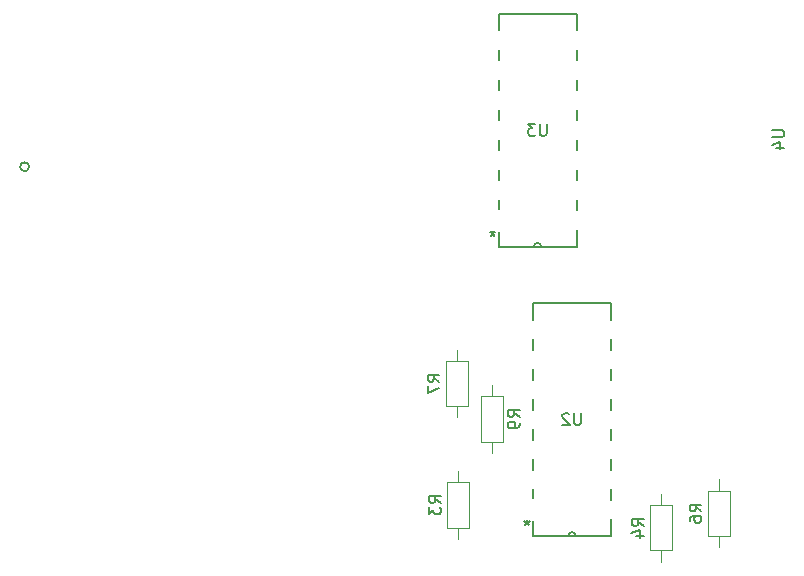
<source format=gbr>
G04 #@! TF.GenerationSoftware,KiCad,Pcbnew,(5.1.7)-1*
G04 #@! TF.CreationDate,2021-10-23T14:10:48-04:00*
G04 #@! TF.ProjectId,PCB_2020,5043425f-3230-4323-902e-6b696361645f,rev?*
G04 #@! TF.SameCoordinates,Original*
G04 #@! TF.FileFunction,Legend,Bot*
G04 #@! TF.FilePolarity,Positive*
%FSLAX46Y46*%
G04 Gerber Fmt 4.6, Leading zero omitted, Abs format (unit mm)*
G04 Created by KiCad (PCBNEW (5.1.7)-1) date 2021-10-23 14:10:48*
%MOMM*%
%LPD*%
G01*
G04 APERTURE LIST*
%ADD10C,0.120000*%
%ADD11C,0.152400*%
%ADD12C,0.150000*%
G04 APERTURE END LIST*
D10*
X179700000Y-114220000D02*
X177860000Y-114220000D01*
X177860000Y-114220000D02*
X177860000Y-110380000D01*
X177860000Y-110380000D02*
X179700000Y-110380000D01*
X179700000Y-110380000D02*
X179700000Y-114220000D01*
X178780000Y-115170000D02*
X178780000Y-114220000D01*
X178780000Y-109430000D02*
X178780000Y-110380000D01*
X174910000Y-107380000D02*
X176750000Y-107380000D01*
X176750000Y-107380000D02*
X176750000Y-111220000D01*
X176750000Y-111220000D02*
X174910000Y-111220000D01*
X174910000Y-111220000D02*
X174910000Y-107380000D01*
X175830000Y-106430000D02*
X175830000Y-107380000D01*
X175830000Y-112170000D02*
X175830000Y-111220000D01*
X197080000Y-118360000D02*
X198920000Y-118360000D01*
X198920000Y-118360000D02*
X198920000Y-122200000D01*
X198920000Y-122200000D02*
X197080000Y-122200000D01*
X197080000Y-122200000D02*
X197080000Y-118360000D01*
X198000000Y-117410000D02*
X198000000Y-118360000D01*
X198000000Y-123150000D02*
X198000000Y-122200000D01*
X192200000Y-119580000D02*
X194040000Y-119580000D01*
X194040000Y-119580000D02*
X194040000Y-123420000D01*
X194040000Y-123420000D02*
X192200000Y-123420000D01*
X192200000Y-123420000D02*
X192200000Y-119580000D01*
X193120000Y-118630000D02*
X193120000Y-119580000D01*
X193120000Y-124370000D02*
X193120000Y-123420000D01*
X175020000Y-117660000D02*
X176860000Y-117660000D01*
X176860000Y-117660000D02*
X176860000Y-121500000D01*
X176860000Y-121500000D02*
X175020000Y-121500000D01*
X175020000Y-121500000D02*
X175020000Y-117660000D01*
X175940000Y-116710000D02*
X175940000Y-117660000D01*
X175940000Y-122450000D02*
X175940000Y-121500000D01*
D11*
X139612899Y-90940000D02*
G75*
G03*
X139612899Y-90940000I-381000J0D01*
G01*
X185972000Y-96318569D02*
X185972000Y-97702500D01*
X185972000Y-93778569D02*
X185972000Y-94641431D01*
X185972000Y-91238569D02*
X185972000Y-92101431D01*
X185972000Y-88698569D02*
X185972000Y-89561431D01*
X185972000Y-86158569D02*
X185972000Y-87021431D01*
X185972000Y-83618569D02*
X185972000Y-84481431D01*
X185972000Y-81078569D02*
X185972000Y-81941431D01*
X179368000Y-79401431D02*
X179368000Y-78017500D01*
X179368000Y-81941431D02*
X179368000Y-81078569D01*
X179368000Y-84481431D02*
X179368000Y-83618569D01*
X179368000Y-87021431D02*
X179368000Y-86158569D01*
X179368000Y-89561431D02*
X179368000Y-88698569D01*
X179368000Y-92101431D02*
X179368000Y-91238569D01*
X179368000Y-94499560D02*
X179368000Y-93778569D01*
X179368000Y-97702500D02*
X179368000Y-96460440D01*
X185972000Y-97702500D02*
X179368000Y-97702500D01*
X185972000Y-78017500D02*
X185972000Y-79401431D01*
X179368000Y-78017500D02*
X185972000Y-78017500D01*
X182365200Y-97702500D02*
G75*
G02*
X182974800Y-97702500I304800J0D01*
G01*
X182278000Y-102507500D02*
X188882000Y-102507500D01*
X188882000Y-102507500D02*
X188882000Y-103891431D01*
X188882000Y-122192500D02*
X182278000Y-122192500D01*
X182278000Y-122192500D02*
X182278000Y-120950440D01*
X182278000Y-118989560D02*
X182278000Y-118268569D01*
X182278000Y-116591431D02*
X182278000Y-115728569D01*
X182278000Y-114051431D02*
X182278000Y-113188569D01*
X182278000Y-111511431D02*
X182278000Y-110648569D01*
X182278000Y-108971431D02*
X182278000Y-108108569D01*
X182278000Y-106431431D02*
X182278000Y-105568569D01*
X182278000Y-103891431D02*
X182278000Y-102507500D01*
X188882000Y-105568569D02*
X188882000Y-106431431D01*
X188882000Y-108108569D02*
X188882000Y-108971431D01*
X188882000Y-110648569D02*
X188882000Y-111511431D01*
X188882000Y-113188569D02*
X188882000Y-114051431D01*
X188882000Y-115728569D02*
X188882000Y-116591431D01*
X188882000Y-118268569D02*
X188882000Y-119131431D01*
X188882000Y-120808569D02*
X188882000Y-122192500D01*
X185275200Y-122192500D02*
G75*
G02*
X185884800Y-122192500I304800J0D01*
G01*
D12*
X181152380Y-112133333D02*
X180676190Y-111800000D01*
X181152380Y-111561904D02*
X180152380Y-111561904D01*
X180152380Y-111942857D01*
X180200000Y-112038095D01*
X180247619Y-112085714D01*
X180342857Y-112133333D01*
X180485714Y-112133333D01*
X180580952Y-112085714D01*
X180628571Y-112038095D01*
X180676190Y-111942857D01*
X180676190Y-111561904D01*
X181152380Y-112609523D02*
X181152380Y-112800000D01*
X181104761Y-112895238D01*
X181057142Y-112942857D01*
X180914285Y-113038095D01*
X180723809Y-113085714D01*
X180342857Y-113085714D01*
X180247619Y-113038095D01*
X180200000Y-112990476D01*
X180152380Y-112895238D01*
X180152380Y-112704761D01*
X180200000Y-112609523D01*
X180247619Y-112561904D01*
X180342857Y-112514285D01*
X180580952Y-112514285D01*
X180676190Y-112561904D01*
X180723809Y-112609523D01*
X180771428Y-112704761D01*
X180771428Y-112895238D01*
X180723809Y-112990476D01*
X180676190Y-113038095D01*
X180580952Y-113085714D01*
X174362380Y-109133333D02*
X173886190Y-108800000D01*
X174362380Y-108561904D02*
X173362380Y-108561904D01*
X173362380Y-108942857D01*
X173410000Y-109038095D01*
X173457619Y-109085714D01*
X173552857Y-109133333D01*
X173695714Y-109133333D01*
X173790952Y-109085714D01*
X173838571Y-109038095D01*
X173886190Y-108942857D01*
X173886190Y-108561904D01*
X173362380Y-109466666D02*
X173362380Y-110133333D01*
X174362380Y-109704761D01*
X196532380Y-120113333D02*
X196056190Y-119780000D01*
X196532380Y-119541904D02*
X195532380Y-119541904D01*
X195532380Y-119922857D01*
X195580000Y-120018095D01*
X195627619Y-120065714D01*
X195722857Y-120113333D01*
X195865714Y-120113333D01*
X195960952Y-120065714D01*
X196008571Y-120018095D01*
X196056190Y-119922857D01*
X196056190Y-119541904D01*
X195532380Y-120970476D02*
X195532380Y-120780000D01*
X195580000Y-120684761D01*
X195627619Y-120637142D01*
X195770476Y-120541904D01*
X195960952Y-120494285D01*
X196341904Y-120494285D01*
X196437142Y-120541904D01*
X196484761Y-120589523D01*
X196532380Y-120684761D01*
X196532380Y-120875238D01*
X196484761Y-120970476D01*
X196437142Y-121018095D01*
X196341904Y-121065714D01*
X196103809Y-121065714D01*
X196008571Y-121018095D01*
X195960952Y-120970476D01*
X195913333Y-120875238D01*
X195913333Y-120684761D01*
X195960952Y-120589523D01*
X196008571Y-120541904D01*
X196103809Y-120494285D01*
X191652380Y-121333333D02*
X191176190Y-121000000D01*
X191652380Y-120761904D02*
X190652380Y-120761904D01*
X190652380Y-121142857D01*
X190700000Y-121238095D01*
X190747619Y-121285714D01*
X190842857Y-121333333D01*
X190985714Y-121333333D01*
X191080952Y-121285714D01*
X191128571Y-121238095D01*
X191176190Y-121142857D01*
X191176190Y-120761904D01*
X190985714Y-122190476D02*
X191652380Y-122190476D01*
X190604761Y-121952380D02*
X191319047Y-121714285D01*
X191319047Y-122333333D01*
X174472380Y-119413333D02*
X173996190Y-119080000D01*
X174472380Y-118841904D02*
X173472380Y-118841904D01*
X173472380Y-119222857D01*
X173520000Y-119318095D01*
X173567619Y-119365714D01*
X173662857Y-119413333D01*
X173805714Y-119413333D01*
X173900952Y-119365714D01*
X173948571Y-119318095D01*
X173996190Y-119222857D01*
X173996190Y-118841904D01*
X173472380Y-119746666D02*
X173472380Y-120365714D01*
X173853333Y-120032380D01*
X173853333Y-120175238D01*
X173900952Y-120270476D01*
X173948571Y-120318095D01*
X174043809Y-120365714D01*
X174281904Y-120365714D01*
X174377142Y-120318095D01*
X174424761Y-120270476D01*
X174472380Y-120175238D01*
X174472380Y-119889523D01*
X174424761Y-119794285D01*
X174377142Y-119746666D01*
X183431904Y-87312380D02*
X183431904Y-88121904D01*
X183384285Y-88217142D01*
X183336666Y-88264761D01*
X183241428Y-88312380D01*
X183050952Y-88312380D01*
X182955714Y-88264761D01*
X182908095Y-88217142D01*
X182860476Y-88121904D01*
X182860476Y-87312380D01*
X182479523Y-87312380D02*
X181860476Y-87312380D01*
X182193809Y-87693333D01*
X182050952Y-87693333D01*
X181955714Y-87740952D01*
X181908095Y-87788571D01*
X181860476Y-87883809D01*
X181860476Y-88121904D01*
X181908095Y-88217142D01*
X181955714Y-88264761D01*
X182050952Y-88312380D01*
X182336666Y-88312380D01*
X182431904Y-88264761D01*
X182479523Y-88217142D01*
X178860000Y-96342080D02*
X178860000Y-96580176D01*
X179098095Y-96484938D02*
X178860000Y-96580176D01*
X178621904Y-96484938D01*
X179002857Y-96770652D02*
X178860000Y-96580176D01*
X178717142Y-96770652D01*
X178860000Y-96342080D02*
X178860000Y-96580176D01*
X179098095Y-96484938D02*
X178860000Y-96580176D01*
X178621904Y-96484938D01*
X179002857Y-96770652D02*
X178860000Y-96580176D01*
X178717142Y-96770652D01*
X186341904Y-111802380D02*
X186341904Y-112611904D01*
X186294285Y-112707142D01*
X186246666Y-112754761D01*
X186151428Y-112802380D01*
X185960952Y-112802380D01*
X185865714Y-112754761D01*
X185818095Y-112707142D01*
X185770476Y-112611904D01*
X185770476Y-111802380D01*
X185341904Y-111897619D02*
X185294285Y-111850000D01*
X185199047Y-111802380D01*
X184960952Y-111802380D01*
X184865714Y-111850000D01*
X184818095Y-111897619D01*
X184770476Y-111992857D01*
X184770476Y-112088095D01*
X184818095Y-112230952D01*
X185389523Y-112802380D01*
X184770476Y-112802380D01*
X181770000Y-120832080D02*
X181770000Y-121070176D01*
X182008095Y-120974938D02*
X181770000Y-121070176D01*
X181531904Y-120974938D01*
X181912857Y-121260652D02*
X181770000Y-121070176D01*
X181627142Y-121260652D01*
X181770000Y-120832080D02*
X181770000Y-121070176D01*
X182008095Y-120974938D02*
X181770000Y-121070176D01*
X181531904Y-120974938D01*
X181912857Y-121260652D02*
X181770000Y-121070176D01*
X181627142Y-121260652D01*
X202552380Y-87838095D02*
X203361904Y-87838095D01*
X203457142Y-87885714D01*
X203504761Y-87933333D01*
X203552380Y-88028571D01*
X203552380Y-88219047D01*
X203504761Y-88314285D01*
X203457142Y-88361904D01*
X203361904Y-88409523D01*
X202552380Y-88409523D01*
X202885714Y-89314285D02*
X203552380Y-89314285D01*
X202504761Y-89076190D02*
X203219047Y-88838095D01*
X203219047Y-89457142D01*
M02*

</source>
